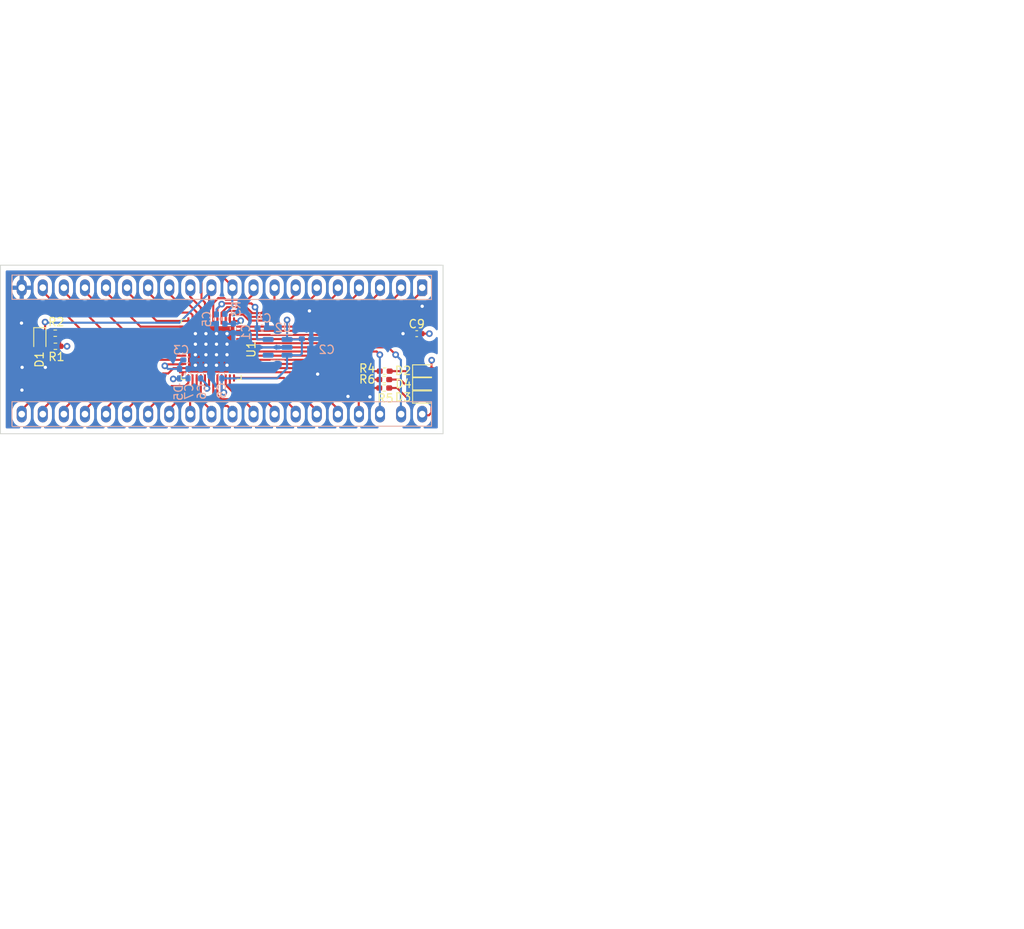
<source format=kicad_pcb>
(kicad_pcb (version 20211014) (generator pcbnew)
  (layers (0 "F.Cu" signal) (1 "In1.Cu" power) (2 "In2.Cu" power) (31 "B.Cu" signal) (34 "B.Paste" user) (35 "F.Paste" user) (36 "B.SilkS" user "B.Silkscreen") (37 "F.SilkS" user "F.Silkscreen") (38 "B.Mask" user) (39 "F.Mask" user) (44 "Edge.Cuts" user))
  (net 0 "")
  (net 1 "+3V3")
  (net 2 "/Cdone")
  (net 3 "/SPI_SO")
  (net 4 "/SPI_SCK")
  (net 5 "/SPI_SS")
  (net 6 "GND")
  (net 7 "/SPI_SI")
  (net 8 "/31b")
  (net 9 "/29b")
  (net 10 "/25b")
  (net 11 "/23b")
  (net 12 "+1V2")
  (net 14 "Net-(D1-Pad2)")
  (net 15 "Net-(D2-Pad1)")
  (net 16 "Net-(C7-Pad1)")
  (net 17 "Net-(R4-Pad2)")
  (net 18 "Net-(R5-Pad2)")
  (net 19 "Net-(R6-Pad2)")
  (net 20 "Net-(D3-Pad1)")
  (net 21 "Net-(D4-Pad1)")
  (net 22 "/3b")
  (net 23 "/5b")
  (net 24 "/0a")
  (net 25 "/2a")
  (net 26 "/4a")
  (net 27 "/6a")
  (net 28 "/9b")
  (net 29 "/8a")
  (net 30 "/13b")
  (net 31 "/~{CRESET}")
  (net 32 "/16a")
  (net 33 "/18a")
  (net 34 "/20a")
  (net 35 "/22b")
  (net 36 "/24a")
  (net 37 "/37a")
  (net 38 "/36b")
  (net 39 "/39a")
  (net 40 "/38b")
  (net 41 "/41a")
  (net 42 "/42b")
  (net 43 "/43a")
  (net 44 "/44b")
  (net 45 "/46b")
  (net 46 "/48b")
  (net 47 "/45a")
  (net 48 "/50b")
  (net 49 "/51a")
  (net 50 "/49b")
  (footprint "Resistor_SMD:R_0402_1005Metric_Pad0.72x0.64mm_HandSolder" (layer "F.Cu") (at 107.2134 93.5482 180)
    (fp_text reference "R5" (at -0.1524 -1.2446) (layer "F.SilkS"))
    (fp_text value "0R")
    (pad "1" smd roundrect (at -0.5975 0 180) (size 0.715 0.64) (layers "F.Cu" "F.Paste" "F.Mask") (net 20 "Net-(D3-Pad1)"))
    (pad "2" smd roundrect (at 0.5975 0 180) (size 0.715 0.64) (layers "F.Cu" "F.Paste" "F.Mask") (net 18 "Net-(R5-Pad2)"))
  )
  (footprint "LED_SMD:LED_0603_1608Metric" (layer "F.Cu") (at 112.1156 91.4908)
    (fp_text reference "D2" (at -2.6416 -0.0254) (layer "F.SilkS"))
    (fp_text value "LED")
    (pad "1" smd roundrect (at -0.7875 0) (size 0.875 0.95) (layers "F.Cu" "F.Paste" "F.Mask") (net 15 "Net-(D2-Pad1)"))
    (pad "2" smd roundrect (at 0.7875 0) (size 0.875 0.95) (layers "F.Cu" "F.Paste" "F.Mask") (net 1 "+3V3"))
  )
  (footprint "LED_SMD:LED_0603_1608Metric" (layer "F.Cu") (at 65.7098 87.757 -90)
    (fp_text reference "D1" (at 2.3622 0.0508 90) (layer "F.SilkS"))
    (fp_text value "LED")
    (pad "1" smd roundrect (at -0.7875 0 270) (size 0.875 0.95) (layers "F.Cu" "F.Paste" "F.Mask") (net 2 "/Cdone"))
    (pad "2" smd roundrect (at 0.7875 0 270) (size 0.875 0.95) (layers "F.Cu" "F.Paste" "F.Mask") (net 14 "Net-(D1-Pad2)"))
  )
  (footprint "Resistor_SMD:R_0402_1005Metric_Pad0.72x0.64mm_HandSolder" (layer "F.Cu") (at 107.2134 92.5322 180)
    (fp_text reference "R6" (at 2.0574 0.0254) (layer "F.SilkS"))
    (fp_text value "0R")
    (pad "1" smd roundrect (at -0.5975 0 180) (size 0.715 0.64) (layers "F.Cu" "F.Paste" "F.Mask") (net 21 "Net-(D4-Pad1)"))
    (pad "2" smd roundrect (at 0.5975 0 180) (size 0.715 0.64) (layers "F.Cu" "F.Paste" "F.Mask") (net 19 "Net-(R6-Pad2)"))
  )
  (footprint "Package_DFN_QFN:QFN-48-1EP_7x7mm_P0.5mm_EP5.6x5.6mm" (layer "F.Cu") (at 86.36 88.9 -90)
    (fp_text reference "U1" (at 0 -4.82 90) (layer "F.SilkS"))
    (fp_text value "ICE40UP5K-SG48ITR")
    (pad "1" smd roundrect (at -3.4375 -2.75 270) (size 0.875 0.25) (layers "F.Cu" "F.Paste" "F.Mask") (net 1 "+3V3"))
    (pad "2" smd roundrect (at -3.4375 -2.25 270) (size 0.875 0.25) (layers "F.Cu" "F.Paste" "F.Mask") (net 27 "/6a"))
    (pad "3" smd roundrect (at -3.4375 -1.75 270) (size 0.875 0.25) (layers "F.Cu" "F.Paste" "F.Mask") (net 28 "/9b"))
    (pad "4" smd roundrect (at -3.4375 -1.25 270) (size 0.875 0.25) (layers "F.Cu" "F.Paste" "F.Mask") (net 29 "/8a"))
    (pad "5" smd roundrect (at -3.4375 -0.75 270) (size 0.875 0.25) (layers "F.Cu" "F.Paste" "F.Mask") (net 12 "+1V2"))
    (pad "6" smd roundrect (at -3.4375 -0.25 270) (size 0.875 0.25) (layers "F.Cu" "F.Paste" "F.Mask") (net 30 "/13b"))
    (pad "7" smd roundrect (at -3.4375 0.25 270) (size 0.875 0.25) (layers "F.Cu" "F.Paste" "F.Mask") (net 2 "/Cdone"))
    (pad "8" smd roundrect (at -3.4375 0.75 270) (size 0.875 0.25) (layers "F.Cu" "F.Paste" "F.Mask") (net 31 "/~{CRESET}"))
    (pad "9" smd roundrect (at -3.4375 1.25 270) (size 0.875 0.25) (layers "F.Cu" "F.Paste" "F.Mask") (net 32 "/16a"))
    (pad "10" smd roundrect (at -3.4375 1.75 270) (size 0.875 0.25) (layers "F.Cu" "F.Paste" "F.Mask") (net 33 "/18a"))
    (pad "11" smd roundrect (at -3.4375 2.25 270) (size 0.875 0.25) (layers "F.Cu" "F.Paste" "F.Mask") (net 34 "/20a"))
    (pad "12" smd roundrect (at -3.4375 2.75 270) (size 0.875 0.25) (layers "F.Cu" "F.Paste" "F.Mask") (net 35 "/22b"))
    (pad "13" smd roundrect (at -2.75 3.4375 270) (size 0.25 0.875) (layers "F.Cu" "F.Paste" "F.Mask") (net 36 "/24a"))
    (pad "14" smd roundrect (at -2.25 3.4375 270) (size 0.25 0.875) (layers "F.Cu" "F.Paste" "F.Mask") (net 3 "/SPI_SO"))
    (pad "15" smd roundrect (at -1.75 3.4375 270) (size 0.25 0.875) (layers "F.Cu" "F.Paste" "F.Mask") (net 4 "/SPI_SCK"))
    (pad "16" smd roundrect (at -1.25 3.4375 270) (size 0.25 0.875) (layers "F.Cu" "F.Paste" "F.Mask") (net 5 "/SPI_SS"))
    (pad "17" smd roundrect (at -0.75 3.4375 270) (size 0.25 0.875) (layers "F.Cu" "F.Paste" "F.Mask") (net 7 "/SPI_SI"))
    (pad "18" smd roundrect (at -0.25 3.4375 270) (size 0.25 0.875) (layers "F.Cu" "F.Paste" "F.Mask") (net 8 "/31b"))
    (pad "19" smd roundrect (at 0.25 3.4375 270) (size 0.25 0.875) (layers "F.Cu" "F.Paste" "F.Mask") (net 9 "/29b"))
    (pad "20" smd roundrect (at 0.75 3.4375 270) (size 0.25 0.875) (layers "F.Cu" "F.Paste" "F.Mask") (net 10 "/25b"))
    (pad "21" smd roundrect (at 1.25 3.4375 270) (size 0.25 0.875) (layers "F.Cu" "F.Paste" "F.Mask") (net 11 "/23b"))
    (pad "22" smd roundrect (at 1.75 3.4375 270) (size 0.25 0.875) (layers "F.Cu" "F.Paste" "F.Mask") (net 1 "+3V3"))
    (pad "23" smd roundrect (at 2.25 3.4375 270) (size 0.25 0.875) (layers "F.Cu" "F.Paste" "F.Mask") (net 37 "/37a"))
    (pad "24" smd roundrect (at 2.75 3.4375 270) (size 0.25 0.875) (layers "F.Cu" "F.Paste" "F.Mask") (net 16 "Net-(C7-Pad1)"))
    (pad "25" smd roundrect (at 3.4375 2.75 270) (size 0.875 0.25) (layers "F.Cu" "F.Paste" "F.Mask") (net 38 "/36b"))
    (pad "26" smd roundrect (at 3.4375 2.25 270) (size 0.875 0.25) (layers "F.Cu" "F.Paste" "F.Mask") (net 39 "/39a"))
    (pad "27" smd roundrect (at 3.4375 1.75 270) (size 0.875 0.25) (layers "F.Cu" "F.Paste" "F.Mask") (net 40 "/38b"))
    (pad "28" smd roundrect (at 3.4375 1.25 270) (size 0.875 0.25) (layers "F.Cu" "F.Paste" "F.Mask") (net 41 "/41a"))
    (pad "29" smd roundrect (at 3.4375 0.75 270) (size 0.875 0.25) (layers "F.Cu" "F.Paste" "F.Mask") (net 12 "+1V2"))
    (pad "30" smd roundrect (at 3.4375 0.25 270) (size 0.875 0.25) (layers "F.Cu" "F.Paste" "F.Mask") (net 12 "+1V2"))
    (pad "31" smd roundrect (at 3.4375 -0.25 270) (size 0.875 0.25) (layers "F.Cu" "F.Paste" "F.Mask") (net 42 "/42b"))
    (pad "32" smd roundrect (at 3.4375 -0.75 270) (size 0.875 0.25) (layers "F.Cu" "F.Paste" "F.Mask") (net 43 "/43a"))
    (pad "33" smd roundrect (at 3.4375 -1.25 270) (size 0.875 0.25) (layers "F.Cu" "F.Paste" "F.Mask") (net 1 "+3V3"))
    (pad "34" smd roundrect (at 3.4375 -1.75 270) (size 0.875 0.25) (layers "F.Cu" "F.Paste" "F.Mask") (net 44 "/44b"))
    (pad "35" smd roundrect (at 3.4375 -2.25 270) (size 0.875 0.25) (layers "F.Cu" "F.Paste" "F.Mask") (net 45 "/46b"))
    (pad "36" smd roundrect (at 3.4375 -2.75 270) (size 0.875 0.25) (layers "F.Cu" "F.Paste" "F.Mask") (net 46 "/48b"))
    (pad "37" smd roundrect (at 2.75 -3.4375 270) (size 0.25 0.875) (layers "F.Cu" "F.Paste" "F.Mask") (net 47 "/45a"))
    (pad "38" smd roundrect (at 2.25 -3.4375 270) (size 0.25 0.875) (layers "F.Cu" "F.Paste" "F.Mask") (net 48 "/50b"))
    (pad "39" smd roundrect (at 1.75 -3.4375 270) (size 0.25 0.875) (layers "F.Cu" "F.Paste" "F.Mask") (net 18 "Net-(R5-Pad2)"))
    (pad "40" smd roundrect (at 1.25 -3.4375 270) (size 0.25 0.875) (layers "F.Cu" "F.Paste" "F.Mask") (net 19 "Net-(R6-Pad2)"))
    (pad "41" smd roundrect (at 0.75 -3.4375 270) (size 0.25 0.875) (layers "F.Cu" "F.Paste" "F.Mask") (net 17 "Net-(R4-Pad2)"))
    (pad "42" smd roundrect (at 0.25 -3.4375 270) (size 0.25 0.875) (layers "F.Cu" "F.Paste" "F.Mask") (net 49 "/51a"))
    (pad "43" smd roundrect (at -0.25 -3.4375 270) (size 0.25 0.875) (layers "F.Cu" "F.Paste" "F.Mask") (net 50 "/49b"))
    (pad "44" smd roundrect (at -0.75 -3.4375 270) (size 0.25 0.875) (layers "F.Cu" "F.Paste" "F.Mask") (net 22 "/3b"))
    (pad "45" smd roundrect (at -1.25 -3.4375 270) (size 0.25 0.875) (layers "F.Cu" "F.Paste" "F.Mask") (net 23 "/5b"))
    (pad "46" smd roundrect (at -1.75 -3.4375 270) (size 0.25 0.875) (layers "F.Cu" "F.Paste" "F.Mask") (net 24 "/0a"))
    (pad "47" smd roundrect (at -2.25 -3.4375 270) (size 0.25 0.875) (layers "F.Cu" "F.Paste" "F.Mask") (net 25 "/2a"))
    (pad "48" smd roundrect (at -2.75 -3.4375 270) (size 0.25 0.875) (layers "F.Cu" "F.Paste" "F.Mask") (net 26 "/4a"))
    (pad "49" smd rect (at 0 0 270) (size 5.6 5.6) (layers "F.Cu" "F.Mask") (net 6 "GND"))
  )
  (footprint "Dales:DIP-40_600_ELL" (layer "F.Cu") (at 87.6554 89.0778 180)
    (fp_text reference "J1" hide)
    (fp_text value "Conn_02x20_Counter_Clockwise" hide)
    (pad "1" thru_hole roundrect (at -24.13 7.62 180) (size 1.2 2) (drill 0.8) (layers *.Cu *.Mask) (roundrect_rratio 0) (chamfer_ratio 0.2) (chamfer top_left top_right bottom_left bottom_right) (net 22 "/3b"))
    (pad "2" thru_hole oval (at -21.59 7.62 180) (size 1.2 2) (drill 0.8) (layers *.Cu *.Mask) (net 23 "/5b"))
    (pad "3" thru_hole oval (at -19.05 7.62 180) (size 1.2 2) (drill 0.8) (layers *.Cu *.Mask) (net 24 "/0a"))
    (pad "4" thru_hole oval (at -16.51 7.62 180) (size 1.2 2) (drill 0.8) (layers *.Cu *.Mask) (net 25 "/2a"))
    (pad "5" thru_hole oval (at -13.97 7.62 180) (size 1.2 2) (drill 0.8) (layers *.Cu *.Mask) (net 26 "/4a"))
    (pad "6" thru_hole oval (at -11.43 7.62 180) (size 1.2 2) (drill 0.8) (layers *.Cu *.Mask) (net 27 "/6a"))
    (pad "7" thru_hole oval (at -8.89 7.62 180) (size 1.2 2) (drill 0.8) (layers *.Cu *.Mask) (net 28 "/9b"))
    (pad "8" thru_hole oval (at -6.35 7.62 180) (size 1.2 2) (drill 0.8) (layers *.Cu *.Mask) (net 29 "/8a"))
    (pad "9" thru_hole oval (at -3.81 7.62 180) (size 1.2 2) (drill 0.8) (layers *.Cu *.Mask) (net 30 "/13b"))
    (pad "10" thru_hole oval (at -1.27 7.62 180) (size 1.2 2) (drill 0.8) (layers *.Cu *.Mask) (net 31 "/~{CRESET}"))
    (pad "11" thru_hole oval (at 1.27 7.62 180) (size 1.2 2) (drill 0.8) (layers *.Cu *.Mask) (net 2 "/Cdone"))
    (pad "12" thru_hole oval (at 3.81 7.62 180) (size 1.2 2) (drill 0.8) (layers *.Cu *.Mask) (net 32 "/16a"))
    (pad "13" thru_hole oval (at 6.35 7.62 180) (size 1.2 2) (drill 0.8) (layers *.Cu *.Mask) (net 33 "/18a"))
    (pad "14" thru_hole oval (at 8.89 7.62 180) (size 1.2 2) (drill 0.8) (layers *.Cu *.Mask) (net 34 "/20a"))
    (pad "15" thru_hole oval (at 11.43 7.62 180) (size 1.2 2) (drill 0.8) (layers *.Cu *.Mask) (net 35 "/22b"))
    (pad "16" thru_hole oval (at 13.97 7.62 180) (size 1.2 2) (drill 0.8) (layers *.Cu *.Mask) (net 36 "/24a"))
    (pad "17" thru_hole oval (at 16.51 7.62 180) (size 1.2 2) (drill 0.8) (layers *.Cu *.Mask) (net 3 "/SPI_SO"))
    (pad "18" thru_hole oval (at 19.05 7.62 180) (size 1.2 2) (drill 0.8) (layers *.Cu *.Mask) (net 4 "/SPI_SCK"))
    (pad "19" thru_hole oval (at 21.59 7.62 180) (size 1.2 2) (drill 0.8) (layers *.Cu *.Mask) (net 5 "/SPI_SS"))
    (pad "20" thru_hole oval (at 24.13 7.62 180) (size 1.2 2) (drill 0.8) (layers *.Cu *.Mask) (net 6 "GND"))
    (pad "21" thru_hole oval (at 24.13 -7.62 180) (size 1.2 2) (drill 0.8) (layers *.Cu *.Mask) (net 7 "/SPI_SI"))
    (pad "22" thru_hole oval (at 21.59 -7.62 180) (size 1.2 2) (drill 0.8) (layers *.Cu *.Mask) (net 8 "/31b"))
    (pad "23" thru_hole oval (at 19.05 -7.62 180) (size 1.2 2) (drill 0.8) (layers *.Cu *.Mask) (net 9 "/29b"))
    (pad "24" thru_hole oval (at 16.51 -7.62 180) (size 1.2 2) (drill 0.8) (layers *.Cu *.Mask) (net 10 "/25b"))
    (pad "25" thru_hole oval (at 13.97 -7.62 180) (size 1.2 2) (drill 0.8) (layers *.Cu *.Mask) (net 11 "/23b"))
    (pad "26" thru_hole oval (at 11.43 -7.62 180) (size 1.2 2) (drill 0.8) (layers *.Cu *.Mask) (net 37 "/37a"))
    (pad "27" thru_hole oval (at 8.89 -7.62 180) (size 1.2 2) (drill 0.8) (layers *.Cu *.Mask) (net 38 "/36b"))
    (pad "28" thru_hole oval (at 6.35 -7.62 180) (size 1.2 2) (drill 0.8) (layers *.Cu *.Mask) (net 39 "/39a"))
    (pad "29" thru_hole oval (at 3.81 -7.62 180) (size 1.2 2) (drill 0.8) (layers *.Cu *.Mask) (net 40 "/38b"))
    (pad "30" thru_hole oval (at 1.27 -7.62 180) (size 1.2 2) (drill 0.8) (layers *.Cu *.Mask) (net 41 "/41a"))
    (pad "31" thru_hole oval (at -1.27 -7.62 180) (size 1.2 2) (drill 0.8) (layers *.Cu *.Mask) (net 42 "/42b"))
    (pad "32" thru_hole oval (at -3.81 -7.62 180) (size 1.2 2) (drill 0.8) (layers *.Cu *.Mask) (net 43 "/43a"))
    (pad "33" thru_hole oval (at -6.35 -7.62 180) (size 1.2 2) (drill 0.8) (layers *.Cu *.Mask) (net 44 "/44b"))
    (pad "34" thru_hole oval (at -8.89 -7.62 180) (size 1.2 2) (drill 0.8) (layers *.Cu *.Mask) (net 45 "/46b"))
    (pad "35" thru_hole oval (at -11.43 -7.62 180) (size 1.2 2) (drill 0.8) (layers *.Cu *.Mask) (net 46 "/48b"))
    (pad "36" thru_hole oval (at -13.97 -7.62 180) (size 1.2 2) (drill 0.8) (layers *.Cu *.Mask) (net 47 "/45a"))
    (pad "37" thru_hole oval (at -16.51 -7.62 180) (size 1.2 2) (drill 0.8) (layers *.Cu *.Mask) (net 48 "/50b"))
    (pad "38" thru_hole oval (at -19.05 -7.62 180) (size 1.2 2) (drill 0.8) (layers *.Cu *.Mask) (net 49 "/51a"))
    (pad "39" thru_hole oval (at -21.59 -7.62 180) (size 1.2 2) (drill 0.8) (layers *.Cu *.Mask) (net 50 "/49b"))
    (pad "40" thru_hole oval (at -24.13 -7.62 180) (size 1.2 2) (drill 0.8) (layers *.Cu *.Mask) (net 1 "+3V3"))
  )
  (footprint "Resistor_SMD:R_0402_1005Metric_Pad0.72x0.64mm_HandSolder" (layer "F.Cu") (at 67.564 86.9442 180)
    (fp_text reference "R2" (at -0.127 1.3462) (layer "F.SilkS"))
    (fp_text value "10K0")
    (pad "1" smd roundrect (at -0.5975 0 180) (size 0.715 0.64) (layers "F.Cu" "F.Paste" "F.Mask") (net 1 "+3V3"))
    (pad "2" smd roundrect (at 0.5975 0 180) (size 0.715 0.64) (layers "F.Cu" "F.Paste" "F.Mask") (net 2 "/Cdone"))
  )
  (footprint "Resistor_SMD:R_0402_1005Metric_Pad0.72x0.64mm_HandSolder" (layer "F.Cu") (at 67.5894 88.519 180)
    (fp_text reference "R1" (at -0.127 -1.27) (layer "F.SilkS"))
    (fp_text value "1K00")
    (pad "1" smd roundrect (at -0.5975 0 180) (size 0.715 0.64) (layers "F.Cu" "F.Paste" "F.Mask") (net 1 "+3V3"))
    (pad "2" smd roundrect (at 0.5975 0 180) (size 0.715 0.64) (layers "F.Cu" "F.Paste" "F.Mask") (net 14 "Net-(D1-Pad2)"))
  )
  (footprint "Resistor_SMD:R_0402_1005Metric_Pad0.72x0.64mm_HandSolder" (layer "F.Cu") (at 107.2642 91.5162 180)
    (fp_text reference "R4" (at 2.1082 0.3302) (layer "F.SilkS"))
    (fp_text value "0R")
    (pad "1" smd roundrect (at -0.5975 0 180) (size 0.715 0.64) (layers "F.Cu" "F.Paste" "F.Mask") (net 15 "Net-(D2-Pad1)"))
    (pad "2" smd roundrect (at 0.5975 0 180) (size 0.715 0.64) (layers "F.Cu" "F.Paste" "F.Mask") (net 17 "Net-(R4-Pad2)"))
  )
  (footprint "Capacitor_SMD:C_0402_1005Metric_Pad0.74x0.62mm_HandSolder" (layer "F.Cu") (at 111.125 86.995)
    (fp_text reference "C9" (at 0 -1.16) (layer "F.SilkS"))
    (fp_text value "1uF")
    (pad "1" smd roundrect (at -0.5675 0) (size 0.735 0.62) (layers "F.Cu" "F.Paste" "F.Mask") (net 6 "GND"))
    (pad "2" smd roundrect (at 0.5675 0) (size 0.735 0.62) (layers "F.Cu" "F.Paste" "F.Mask") (net 1 "+3V3"))
  )
  (footprint "LED_SMD:LED_0603_1608Metric" (layer "F.Cu") (at 112.1156 94.6404)
    (fp_text reference "D3" (at -2.6416 0.0254) (layer "F.SilkS"))
    (fp_text value "LED")
    (pad "1" smd roundrect (at -0.7875 0) (size 0.875 0.95) (layers "F.Cu" "F.Paste" "F.Mask") (net 20 "Net-(D3-Pad1)"))
    (pad "2" smd roundrect (at 0.7875 0) (size 0.875 0.95) (layers "F.Cu" "F.Paste" "F.Mask") (net 1 "+3V3"))
  )
  (footprint "LED_SMD:LED_0603_1608Metric" (layer "F.Cu") (at 112.1156 93.0402)
    (fp_text reference "D4" (at -2.5908 0) (layer "F.SilkS"))
    (fp_text value "LED")
    (pad "1" smd roundrect (at -0.7875 0) (size 0.875 0.95) (layers "F.Cu" "F.Paste" "F.Mask") (net 21 "Net-(D4-Pad1)"))
    (pad "2" smd roundrect (at 0.7875 0) (size 0.875 0.95) (layers "F.Cu" "F.Paste" "F.Mask") (net 1 "+3V3"))
  )
  (footprint "Capacitor_SMD:C_0402_1005Metric_Pad0.74x0.62mm_HandSolder" (layer "B.Cu") (at 83.566 91.821 90)
    (fp_text reference "C7" (at -2.159 0.127 90) (layer "B.SilkS") (effects (justify mirror)))
    (fp_text value "100nF")
    (pad "1" smd roundrect (at -0.5675 0 90) (size 0.735 0.62) (layers "B.Cu" "B.Paste" "B.Mask") (net 16 "Net-(C7-Pad1)"))
    (pad "2" smd roundrect (at 0.5675 0 90) (size 0.735 0.62) (layers "B.Cu" "B.Paste" "B.Mask") (net 6 "GND"))
  )
  (footprint "Resistor_SMD:R_0402_1005Metric_Pad0.72x0.64mm_HandSolder" (layer "B.Cu") (at 88.011 85.217 -90)
    (fp_text reference "R3" (at -1.1938 -1.3716 90) (layer "B.SilkS") (effects (justify mirror)))
    (fp_text value "10K0")
    (pad "1" smd roundrect (at -0.5975 0 270) (size 0.715 0.64) (layers "B.Cu" "B.Paste" "B.Mask") (net 31 "/~{CRESET}"))
    (pad "2" smd roundrect (at 0.5975 0 270) (size 0.715 0.64) (layers "B.Cu" "B.Paste" "B.Mask") (net 1 "+3V3"))
  )
  (footprint "Capacitor_SMD:C_0402_1005Metric_Pad0.74x0.62mm_HandSolder" (layer "B.Cu") (at 86.995 85.2424 -90)
    (fp_text reference "C5" (at 0 1.16 90) (layer "B.SilkS") (effects (justify mirror)))
    (fp_text value "100nF")
    (pad "1" smd roundrect (at -0.5675 0 270) (size 0.735 0.62) (layers "B.Cu" "B.Paste" "B.Mask") (net 12 "+1V2"))
    (pad "2" smd roundrect (at 0.5675 0 270) (size 0.735 0.62) (layers "B.Cu" "B.Paste" "B.Mask") (net 6 "GND"))
  )
  (footprint "Package_TO_SOT_SMD:SOT-23-5" (layer "B.Cu") (at 94.361 88.646 180)
    (fp_text reference "U2" (at -0.6604 2.3622) (layer "B.SilkS") (effects (justify mirror)))
    (fp_text value "AP2112K-1.2")
    (pad "1" smd roundrect (at -1.1375 0.95 180) (size 1.325 0.6) (layers "B.Cu" "B.Paste" "B.Mask") (net 1 "+3V3"))
    (pad "2" smd roundrect (at -1.1375 0 180) (size 1.325 0.6) (layers "B.Cu" "B.Paste" "B.Mask") (net 6 "GND"))
    (pad "3" smd roundrect (at -1.1375 -0.95 180) (size 1.325 0.6) (layers "B.Cu" "B.Paste" "B.Mask") (net 1 "+3V3"))
    (pad "4" smd roundrect (at 1.1375 -0.95 180) (size 1.325 0.6) (layers "B.Cu" "B.Paste" "B.Mask"))
    (pad "5" smd roundrect (at 1.1375 0.95 180) (size 1.325 0.6) (layers "B.Cu" "B.Paste" "B.Mask") (net 12 "+1V2"))
  )
  (footprint "Capacitor_SMD:C_0402_1005Metric_Pad0.74x0.62mm_HandSolder" (layer "B.Cu") (at 97.8495 87.63)
    (fp_text reference "C2" (at 2.4297 1.2954) (layer "B.SilkS") (effects (justify mirror)))
    (fp_text value "1uF")
    (pad "1" smd roundrect (at -0.5675 0) (size 0.735 0.62) (layers "B.Cu" "B.Paste" "B.Mask") (net 1 "+3V3"))
    (pad "2" smd roundrect (at 0.5675 0) (size 0.735 0.62) (layers "B.Cu" "B.Paste" "B.Mask") (net 6 "GND"))
  )
  (footprint "Capacitor_SMD:C_0402_1005Metric_Pad0.74x0.62mm_HandSolder" (layer "B.Cu") (at 83.566 90.17)
    (fp_text reference "C3" (at -0.8382 -1.1938) (layer "B.SilkS") (effects (justify mirror)))
    (fp_text value "100nF")
    (pad "1" smd roundrect (at -0.5675 0) (size 0.735 0.62) (layers "B.Cu" "B.Paste" "B.Mask") (net 1 "+3V3"))
    (pad "2" smd roundrect (at 0.5675 0) (size 0.735 0.62) (layers "B.Cu" "B.Paste" "B.Mask") (net 6 "GND"))
  )
  (footprint "Capacitor_SMD:C_0402_1005Metric_Pad0.74x0.62mm_HandSolder" (layer "B.Cu") (at 85.09 91.821 90)
    (fp_text reference "C6" (at -2.159 0.127 90) (layer "B.SilkS") (effects (justify mirror)))
    (fp_text value "100nF")
    (pad "1" smd roundrect (at -0.5675 0 90) (size 0.735 0.62) (layers "B.Cu" "B.Paste" "B.Mask") (net 12 "+1V2"))
    (pad "2" smd roundrect (at 0.5675 0 90) (size 0.735 0.62) (layers "B.Cu" "B.Paste" "B.Mask") (net 6 "GND"))
  )
  (footprint "Capacitor_SMD:C_0402_1005Metric_Pad0.74x0.62mm_HandSolder" (layer "B.Cu") (at 87.63 91.821 90)
    (fp_text reference "C8" (at -2.032 0 90) (layer "B.SilkS") (effects (justify mirror)))
    (fp_text value "100nF")
    (pad "1" smd roundrect (at -0.5675 0 90) (size 0.735 0.62) (layers "B.Cu" "B.Paste" "B.Mask") (net 1 "+3V3"))
    (pad "2" smd roundrect (at 0.5675 0 90) (size 0.735 0.62) (layers "B.Cu" "B.Paste" "B.Mask") (net 6 "GND"))
  )
  (footprint "Diode_SMD:D_0402_1005Metric_Pad0.77x0.64mm_HandSolder" (layer "B.Cu") (at 82.55 91.821 90)
    (fp_text reference "D5" (at -2.286 -0.127 90) (layer "B.SilkS") (effects (justify mirror)))
    (fp_text value "1N4148")
    (pad "1" smd roundrect (at -0.5725 0 90) (size 0.765 0.64) (layers "B.Cu" "B.Paste" "B.Mask") (net 16 "Net-(C7-Pad1)"))
    (pad "2" smd roundrect (at 0.5725 0 90) (size 0.765 0.64) (layers "B.Cu" "B.Paste" "B.Mask") (net 1 "+3V3"))
  )
  (footprint "Capacitor_SMD:C_0402_1005Metric_Pad0.74x0.62mm_HandSolder" (layer "B.Cu") (at 89.027 86.36 -90)
    (fp_text reference "C1" (at 0.4572 -1.4986 90) (layer "B.SilkS") (effects (justify mirror)))
    (fp_text value "100nF")
    (pad "1" smd roundrect (at -0.5675 0 270) (size 0.735 0.62) (layers "B.Cu" "B.Paste" "B.Mask") (net 1 "+3V3"))
    (pad "2" smd roundrect (at 0.5675 0 270) (size 0.735 0.62) (layers "B.Cu" "B.Paste" "B.Mask") (net 6 "GND"))
  )
  (footprint "Capacitor_SMD:C_0402_1005Metric_Pad0.74x0.62mm_HandSolder" (layer "B.Cu") (at 92.5068 86.3092)
    (fp_text reference "C4" (at 0.1524 -1.1684) (layer "B.SilkS") (effects (justify mirror)))
    (fp_text value "1uF")
    (pad "1" smd roundrect (at -0.5675 0) (size 0.735 0.62) (layers "B.Cu" "B.Paste" "B.Mask") (net 12 "+1V2"))
    (pad "2" smd roundrect (at 0.5675 0) (size 0.735 0.62) (layers "B.Cu" "B.Paste" "B.Mask") (net 6 "GND"))
  )
  (gr_line (start 60.96 78.74) (end 114.3 78.74) (layer "Edge.Cuts") (width 0.1))
  (gr_line (start 114.3 99.06) (end 60.96 99.06) (layer "Edge.Cuts") (width 0.1))
  (gr_line (start 60.96 78.74) (end 60.96 99.06) (layer "Edge.Cuts") (width 0.1))
  (gr_line (start 114.3 99.06) (end 114.3 78.74) (layer "Edge.Cuts") (width 0.1))
  (segment (start 112.9031 94.6404) (end 112.9031 96.5199) (width 0.25) (layer "F.Cu") (net 1))
  (segment (start 68.1615 88.4936) (end 68.1869 88.519) (width 0.25) (layer "F.Cu") (net 1))
  (segment (start 87.61 93.8076) (end 87.61 92.3375) (width 0.25) (layer "F.Cu") (net 1))
  (segment (start 112.9031 90.2207) (end 112.9284 90.1954) (width 0.25) (layer "F.Cu") (net 1))
  (segment (start 68.1615 86.9442) (end 68.1615 88.4936) (width 0.25) (layer "F.Cu") (net 1))
  (segment (start 112.9031 91.4908) (end 112.9031 90.2207) (width 0.25) (layer "F.Cu") (net 1))
  (segment (start 87.884 94.0816) (end 87.61 93.8076) (width 0.25) (layer "F.Cu") (net 1))
  (segment (start 112.9031 93.0402) (end 112.9031 91.4908) (width 0.25) (layer "F.Cu") (net 1))
  (segment (start 112.583 96.84) (end 111.76 96.84) (width 0.25) (layer "F.Cu") (net 1))
  (segment (start 80.772 90.8745) (end 80.94602 90.70048) (width 0.25) (layer "F.Cu") (net 1))
  (segment (start 82.90852 90.70048) (end 82.9225 90.6865) (width 0.25) (layer "F.Cu") (net 1))
  (segment (start 112.9031 96.5199) (end 112.583 96.84) (width 0.25) (layer "F.Cu") (net 1))
  (segment (start 80.94602 90.70048) (end 82.90852 90.70048) (width 0.25) (layer "F.Cu") (net 1))
  (segment (start 68.1869 88.519) (end 68.9864 88.519) (width 0.25) (layer "F.Cu") (net 1))
  (segment (start 111.6925 86.995) (end 112.649 86.995) (width 0.25) (layer "F.Cu") (net 1))
  (segment (start 89.879 85.4625) (end 89.11 85.4625) (width 0.25) (layer "F.Cu") (net 1))
  (segment (start 112.9031 94.6404) (end 112.9031 93.0402) (width 0.25) (layer "F.Cu") (net 1))
  (segment (start 82.9225 90.6865) (end 82.9225 90.65) (width 0.25) (layer "F.Cu") (net 1))
  (via (at 89.916 85.4255) (size 0.8) (drill 0.4) (layers "F.Cu" "B.Cu") (net 1))
  (via (at 112.9284 90.1954) (size 0.8) (drill 0.4) (layers "F.Cu" "B.Cu") (net 1))
  (via (at 87.884 94.0816) (size 0.8) (drill 0.4) (layers "F.Cu" "B.Cu") (net 1))
  (via (at 80.772 90.8745) (size 0.8) (drill 0.4) (layers "F.Cu" "B.Cu") (net 1))
  (via (at 68.9864 88.519) (size 0.8) (drill 0.4) (layers "F.Cu" "B.Cu") (net 1))
  (via (at 95.504 85.344) (size 0.8) (drill 0.4) (layers "F.Cu" "B.Cu") (net 1))
  (via (at 112.649 86.995) (size 0.8) (drill 0.4) (layers "F.Cu" "B.Cu") (net 1))
  (segment (start 95.4985 89.596) (end 97.094 89.596) (width 0.25) (layer "B.Cu") (net 1))
  (segment (start 95.504 87.6905) (end 95.4985 87.696) (width 0.25) (layer "B.Cu") (net 1))
  (segment (start 89.027 85.7925) (end 89.549 85.7925) (width 0.25) (layer "B.Cu") (net 1))
  (segment (start 89.005 85.8145) (end 89.027 85.7925) (width 0.25) (layer "B.Cu") (net 1))
  (segment (start 82.55 90.6185) (end 82.9985 90.17) (width 0.25) (layer "B.Cu") (net 1))
  (segment (start 94.3015 92.3885) (end 95.4985 91.1915) (width 0.25) (layer "B.Cu") (net 1))
  (segment (start 95.4985 87.696) (end 97.216 87.696) (width 0.25) (layer "B.Cu") (net 1))
  (segment (start 88.011 85.8145) (end 89.005 85.8145) (width 0.25) (layer "B.Cu") (net 1))
  (segment (start 80.772 90.8745) (end 81.146 91.2485) (width 0.25) (layer "B.Cu") (net 1))
  (segment (start 87.884 94.0816) (end 87.63 93.8276) (width 0.25) (layer "B.Cu") (net 1))
  (segment (start 95.4985 91.1915) (end 95.4985 89.596) (width 0.25) (layer "B.Cu") (net 1))
  (segment (start 87.63 93.8276) (end 87.63 92.3885) (width 0.25) (layer "B.Cu") (net 1))
  (segment (start 82.55 91.2485) (end 82.55 90.6185) (width 0.25) (layer "B.Cu") (net 1))
  (segment (start 87.63 92.3885) (end 94.3015 92.3885) (width 0.25) (layer "B.Cu") (net 1))
  (segment (start 97.282 89.408) (end 97.282 87.63) (width 0.25) (layer "B.Cu") (net 1))
  (segment (start 89.549 85.7925) (end 89.916 85.4255) (width 0.25) (layer "B.Cu") (net 1))
  (segment (start 97.216 87.696) (end 97.282 87.63) (width 0.25) (layer "B.Cu") (net 1))
  (segment (start 95.504 85.344) (end 95.504 87.6905) (width 0.25) (layer "B.Cu") (net 1))
  (segment (start 97.094 89.596) (end 97.282 89.408) (width 0.25) (layer "B.Cu") (net 1))
  (segment (start 81.146 91.2485) (end 82.55 91.2485) (width 0.25) (layer "B.Cu") (net 1))
  (segment (start 66.9665 86.9442) (end 66.3702 86.9442) (width 0.25) (layer "F.Cu") (net 2))
  (segment (start 66.3448 86.9188) (end 66.3702 86.9442) (width 0.25) (layer "F.Cu") (net 2))
  (segment (start 66.3702 86.9442) (end 65.7351 86.9442) (width 0.25) (layer "F.Cu") (net 2))
  (segment (start 86.11 81.53) (end 86.36 81.28) (width 0.25) (layer "F.Cu") (net 2))
  (segment (start 65.7351 86.9442) (end 65.7098 86.9695) (width 0.25) (layer "F.Cu") (net 2))
  (segment (start 86.11 85.4625) (end 86.11 81.53) (width 0.25) (layer "F.Cu") (net 2))
  (segment (start 66.3448 85.598) (end 66.3448 86.9188) (width 0.25) (layer "F.Cu") (net 2))
  (via (at 66.3448 85.598) (size 0.8) (drill 0.4) (layers "F.Cu" "B.Cu") (net 2))
  (segment (start 82.5246 85.6742) (end 86.36 81.8388) (width 0.25) (layer "B.Cu") (net 2))
  (segment (start 66.3448 85.598) (end 66.421 85.6742) (width 0.25) (layer "B.Cu") (net 2))
  (segment (start 66.421 85.6742) (end 82.5246 85.6742) (width 0.25) (layer "B.Cu") (net 2))
  (segment (start 86.36 81.8388) (end 86.36 81.28) (width 0.25) (layer "B.Cu") (net 2))
  (segment (start 75.8804 86.65) (end 71.12 81.8896) (width 0.25) (layer "F.Cu") (net 3))
  (segment (start 71.12 81.8896) (end 71.12 81.28) (width 0.25) (layer "F.Cu") (net 3))
  (segment (start 82.9225 86.65) (end 75.8804 86.65) (width 0.25) (layer "F.Cu") (net 3))
  (segment (start 73.8404 87.15) (end 68.58 81.8896) (width 0.25) (layer "F.Cu") (net 4))
  (segment (start 68.58 81.8896) (end 68.58 81.28) (width 0.25) (layer "F.Cu") (net 4))
  (segment (start 82.9225 87.15) (end 73.8404 87.15) (width 0.25) (layer "F.Cu") (net 4))
  (segment (start 71.8004 87.65) (end 66.04 81.8896) (width 0.25) (layer "F.Cu") (net 5))
  (segment (start 82.9225 87.65) (end 71.8004 87.65) (width 0.25) (layer "F.Cu") (net 5))
  (segment (start 66.04 81.8896) (end 66.04 81.28) (width 0.25) (layer "F.Cu") (net 5))
  (segment (start 110.5575 86.995) (end 109.474 86.995) (width 0.25) (layer "F.Cu") (net 6))
  (via (at 86.995 88.265) (size 0.8) (drill 0.4) (layers "F.Cu" "B.Cu") (net 6))
  (via (at 84.455 86.995) (size 0.8) (drill 0.4) (layers "F.Cu" "B.Cu") (net 6))
  (via (at 111.7854 83.693) (size 0.8) (drill 0.4) (layers "F.Cu" "B.Cu") (net 6))
  (via (at 84.455 89.535) (size 0.8) (drill 0.4) (layers "F.Cu" "B.Cu") (net 6))
  (via (at 88.265 88.265) (size 0.8) (drill 0.4) (layers "F.Cu" "B.Cu") (net 6))
  (via (at 105.4862 94.615) (size 0.8) (drill 0.4) (layers "F.Cu" "B.Cu") (net 6))
  (via (at 88.265 89.535) (size 0.8) (drill 0.4) (layers "F.Cu" "B.Cu") (net 6))
  (via (at 63.5 85.725) (size 0.8) (drill 0.4) (layers "F.Cu" "B.Cu") (net 6))
  (via (at 84.455 90.805) (size 0.8) (drill 0.4) (layers "F.Cu" "B.Cu") (net 6))
  (via (at 85.725 86.995) (size 0.8) (drill 0.4) (layers "F.Cu" "B.Cu") (net 6))
  (via (at 88.265 90.805) (size 0.8) (drill 0.4) (layers "F.Cu" "B.Cu") (net 6))
  (via (at 86.995 90.805) (size 0.8) (drill 0.4) (layers "F.Cu" "B.Cu") (net 6))
  (via (at 84.455 88.265) (size 0.8) (drill 0.4) (layers "F.Cu" "B.Cu") (net 6))
  (via (at 109.474 86.995) (size 0.8) (drill 0.4) (layers "F.Cu" "B.Cu") (net 6))
  (via (at 63.5508 93.8022) (size 0.8) (drill 0.4) (layers "F.Cu" "B.Cu") (net 6))
  (via (at 85.725 90.805) (size 0.8) (drill 0.4) (layers "F.Cu" "B.Cu") (net 6))
  (via (at 85.725 89.535) (size 0.8) (drill 0.4) (layers "F.Cu" "B.Cu") (net 6))
  (via (at 102.8446 94.5642) (size 0.8) (drill 0.4) (layers "F.Cu" "B.Cu") (net 6))
  (via (at 63.5762 91.059) (size 0.8) (drill 0.4) (layers "F.Cu" "B.Cu") (net 6))
  (via (at 88.265 86.995) (size 0.8) (drill 0.4) (layers "F.Cu" "B.Cu") (net 6))
  (via (at 98.1964 84.2518) (size 0.8) (drill 0.4) (layers "F.Cu" "B.Cu") (net 6))
  (via (at 86.995 86.995) (size 0.8) (drill 0.4) (layers "F.Cu" "B.Cu") (net 6))
  (via (at 85.725 88.265) (size 0.8) (drill 0.4) (layers "F.Cu" "B.Cu") (net 6))
  (via (at 99.187 91.8745) (size 0.8) (drill 0.4) (layers "F.Cu" "B.Cu") (net 6))
  (via (at 86.995 89.535) (size 0.8) (drill 0.4) (layers "F.Cu" "B.Cu") (net 6))
  (via (at 66.3702 91.059) (size 0.8) (drill 0.4) (layers "F.Cu" "B.Cu") (net 6))
  (segment (start 89.027 86.9275) (end 88.3325 86.9275) (width 0.25) (layer "B.Cu") (net 6))
  (segment (start 86.995 85.8099) (end 86.995 86.995) (width 0.25) (layer "B.Cu") (net 6))
  (segment (start 88.3325 86.9275) (end 88.265 86.995) (width 0.25) (layer "B.Cu") (net 6))
  (segment (start 63.5 96.2152) (end 63.5 96.84) (width 0.25) (layer "F.Cu") (net 7))
  (segment (start 82.9225 88.15) (end 82.87202 88.20048) (width 0.25) (layer "F.Cu") (net 7))
  (segment (start 71.51472 88.20048) (end 63.5 96.2152) (width 0.25) (layer "F.Cu") (net 7))
  (segment (start 82.87202 88.20048) (end 71.51472 88.20048) (width 0.25) (layer "F.Cu") (net 7))
  (segment (start 82.9225 88.65) (end 73.529 88.65) (width 0.25) (layer "F.Cu") (net 8))
  (segment (start 73.529 88.65) (end 66.04 96.139) (width 0.25) (layer "F.Cu") (net 8))
  (segment (start 66.04 96.139) (end 66.04 96.84) (width 0.25) (layer "F.Cu") (net 8))
  (segment (start 75.569 89.15) (end 68.58 96.139) (width 0.25) (layer "F.Cu") (net 9))
  (segment (start 68.58 96.139) (end 68.58 96.84) (width 0.25) (layer "F.Cu") (net 9))
  (segment (start 82.9225 89.15) (end 75.569 89.15) (width 0.25) (layer "F.Cu") (net 9))
  (segment (start 77.6852 89.65) (end 71.12 96.2152) (width 0.25) (layer "F.Cu") (net 10))
  (segment (start 82.9225 89.65) (end 77.6852 89.65) (width 0.25) (layer "F.Cu") (net 10))
  (segment (start 71.12 96.2152) (end 71.12 96.84) (width 0.25) (layer "F.Cu") (net 10))
  (segment (start 79.5474 90.15) (end 73.66 96.0374) (width 0.25) (layer "F.Cu") (net 11))
  (segment (start 82.9225 90.15) (end 79.5474 90.15) (width 0.25) (layer "F.Cu") (net 11))
  (segment (start 73.66 96.0374) (end 73.66 96.84) (width 0.25) (layer "F.Cu") (net 11))
  (segment (start 85.725 93.345) (end 85.852 93.345) (width 0.25) (layer "F.Cu") (net 12))
  (segment (start 91.6432 83.79666) (end 91.19846 83.35192) (width 0.25) (layer "F.Cu") (net 12))
  (segment (start 87.624984 83.444016) (end 87.624984 83.433984) (width 0.25) (layer "F.Cu") (net 12))
  (segment (start 85.852 93.345) (end 85.852 93.599) (width 0.25) (layer "F.Cu") (net 12))
  (segment (start 87.11 85.4625) (end 87.11 83.959) (width 0.25) (layer "F.Cu") (net 12))
  (segment (start 87.11 83.959) (end 87.376 83.693) (width 0.25) (layer "F.Cu") (net 12))
  (segment (start 87.707048 83.35192) (end 87.624984 83.433984) (width 0.25) (layer "F.Cu") (net 12))
  (segment (start 91.19846 83.35192) (end 87.707048 83.35192) (width 0.25) (layer "F.Cu") (net 12))
  (segment (start 87.376 83.693) (end 87.624984 83.444016) (width 0.25) (layer "F.Cu") (net 12))
  (segment (start 86.106 92.3415) (end 86.11 92.3375) (width 0.25) (layer "F.Cu") (net 12))
  (segment (start 85.61 93.23) (end 85.725 93.345) (width 0.25) (layer "F.Cu") (net 12))
  (segment (start 86.106 93.218) (end 86.106 92.3415) (width 0.25) (layer "F.Cu") (net 12))
  (segment (start 85.61 92.3375) (end 85.61 93.23) (width 0.25) (layer "F.Cu") (net 12))
  (segment (start 85.852 93.345) (end 85.979 93.345) (width 0.25) (layer "F.Cu") (net 12))
  (segment (start 85.979 93.345) (end 86.106 93.218) (width 0.25) (layer "F.Cu") (net 12))
  (via (at 87.624984 83.433984) (size 0.8) (drill 0.4) (layers "F.Cu" "B.Cu") (net 12))
  (via (at 91.6432 83.79666) (size 0.8) (drill 0.4) (layers "F.Cu" "B.Cu") (net 12))
  (via (at 85.852 93.599) (size 0.8) (drill 0.4) (layers "F.Cu" "B.Cu") (net 12))
  (segment (start 86.995 84.063968) (end 87.624984 83.433984) (width 0.25) (layer "B.Cu") (net 12))
  (segment (start 91.6432 83.79666) (end 91.8805 84.03396) (width 0.25) (layer "B.Cu") (net 12))
  (segment (start 91.8805 84.03396) (end 91.8805 87.6554) (width 0.25) (layer "B.Cu") (net 12))
  (segment (start 86.995 84.6749) (end 86.995 84.063968) (width 0.25) (layer "B.Cu") (net 12))
  (segment (start 93.2235 87.696) (end 91.9211 87.696) (width 0.25) (layer "B.Cu") (net 12))
  (segment (start 85.852 93.599) (end 85.852 93.1505) (width 0.25) (layer "B.Cu") (net 12))
  (segment (start 85.852 93.1505) (end 85.09 92.3885) (width 0.25) (layer "B.Cu") (net 12))
  (segment (start 91.9211 87.696) (end 91.8805 87.6554) (width 0.25) (layer "B.Cu") (net 12))
  (segment (start 66.9919 88.519) (end 65.4559 88.519) (width 0.25) (layer "F.Cu") (net 14))
  (segment (start 107.8617 91.5162) (end 111.3027 91.5162) (width 0.25) (layer "F.Cu") (net 15))
  (segment (start 111.3027 91.5162) (end 111.3281 91.4908) (width 0.25) (layer "F.Cu") (net 15))
  (segment (start 82.9225 91.9565) (end 82.9225 91.65) (width 0.25) (layer "F.Cu") (net 16))
  (segment (start 81.788 92.456) (end 82.423 92.456) (width 0.25) (layer "F.Cu") (net 16))
  (segment (start 82.423 92.456) (end 82.9225 91.9565) (width 0.25) (layer "F.Cu") (net 16))
  (via (at 81.788 92.456) (size 0.8) (drill 0.4) (layers "F.Cu" "B.Cu") (net 16))
  (segment (start 83.561 92.3935) (end 83.566 92.3885) (width 0.25) (layer "B.Cu") (net 16))
  (segment (start 82.55 92.3935) (end 83.561 92.3935) (width 0.25) (layer "B.Cu") (net 16))
  (segment (start 82.55 92.3935) (end 81.8505 92.3935) (width 0.25) (layer "B.Cu") (net 16))
  (segment (start 81.8505 92.3935) (end 81.788 92.456) (width 0.25) (layer "B.Cu") (net 16))
  (segment (start 104.8004 91.5162) (end 102.9342 89.65) (width 0.25) (layer "F.Cu") (net 17))
  (segment (start 102.9342 89.65) (end 89.7975 89.65) (width 0.25) (layer "F.Cu") (net 17))
  (segment (start 106.6667 91.5162) (end 104.8004 91.5162) (width 0.25) (layer "F.Cu") (net 17))
  (segment (start 102.4102 90.65) (end 105.3084 93.5482) (width 0.25) (layer "F.Cu") (net 18))
  (segment (start 89.7975 90.65) (end 102.4102 90.65) (width 0.25) (layer "F.Cu") (net 18))
  (segment (start 105.3084 93.5482) (end 106.6159 93.5482) (width 0.25) (layer "F.Cu") (net 18))
  (segment (start 102.6658 90.15) (end 89.7975 90.15) (width 0.25) (layer "F.Cu") (net 19))
  (segment (start 105.048 92.5322) (end 102.6658 90.15) (width 0.25) (layer "F.Cu") (net 19))
  (segment (start 106.6413 92.5322) (end 105.048 92.5322) (width 0.25) (layer "F.Cu") (net 19))
  (segment (start 107.8109 93.5482) (end 108.7628 93.5482) (width 0.25) (layer "F.Cu") (net 20))
  (segment (start 109.855 94.6404) (end 111.3281 94.6404) (width 0.25) (layer "F.Cu") (net 20))
  (segment (start 108.7628 93.5482) (end 109.855 94.6404) (width 0.25) (layer "F.Cu") (net 20))
  (segment (start 109.1438 92.5322) (end 109.6772 93.0656) (width 0.25) (layer "F.Cu") (net 21))
  (segment (start 109.6772 93.0656) (end 111.3027 93.0656) (width 0.25) (layer "F.Cu") (net 21))
  (segment (start 111.3027 93.0656) (end 111.3281 93.0402) (width 0.25) (layer "F.Cu") (net 21))
  (segment (start 107.8363 92.5322) (end 109.1438 92.5322) (width 0.25) (layer "F.Cu") (net 21))
  (segment (start 89.7975 88.15) (end 105.4742 88.15) (width 0.25) (layer "F.Cu") (net 22))
  (segment (start 111.76 81.8642) (end 111.76 81.28) (width 0.25) (layer "F.Cu") (net 22))
  (segment (start 105.4742 88.15) (end 111.76 81.8642) (width 0.25) (layer "F.Cu") (net 22))
  (segment (start 103.5104 87.65) (end 109.22 81.9404) (width 0.25) (layer "F.Cu") (net 23))
  (segment (start 109.22 81.9404) (end 109.22 81.28) (width 0.25) (layer "F.Cu") (net 23))
  (segment (start 89.7975 87.65) (end 103.5104 87.65) (width 0.25) (layer "F.Cu") (net 23))
  (segment (start 89.7975 87.15) (end 101.5212 87.15) (width 0.25) (layer "F.Cu") (net 24))
  (segment (start 106.68 81.9912) (end 106.68 81.28) (width 0.25) (layer "F.Cu") (net 24))
  (segment (start 101.5212 87.15) (end 106.68 81.9912) (width 0.25) (layer "F.Cu") (net 24))
  (segment (start 99.532 86.65) (end 104.14 82.042) (width 0.25) (layer "F.Cu") (net 25))
  (segment (start 104.14 82.042) (end 104.14 81.28) (width 0.25) (layer "F.Cu") (net 25))
  (segment (start 89.7975 86.65) (end 99.532 86.65) (width 0.25) (layer "F.Cu") (net 25))
  (segment (start 97.5174 86.15) (end 101.6 82.0674) (width 0.25) (layer "F.Cu") (net 26))
  (segment (start 101.6 82.0674) (end 101.6 81.28) (width 0.25) (layer "F.Cu") (net 26))
  (segment (start 89.7975 86.15) (end 97.5174 86.15) (width 0.25) (layer "F.Cu") (net 26))
  (segment (start 93.5482 85.4202) (end 94.7928 84.1756) (width 0.25) (layer "F.Cu") (net 27))
  (segment (start 88.65452 84.70048) (end 90.215594 84.70048) (width 0.25) (layer "F.Cu") (net 27))
  (segment (start 88.61 84.745) (end 88.65452 84.70048) (width 0.25) (layer "F.Cu") (net 27))
  (segment (start 94.7928 84.1756) (end 97.028 84.1756) (width 0.25) (layer "F.Cu") (net 27))
  (segment (start 99.06 82.1436) (end 99.06 81.28) (width 0.25) (layer "F.Cu") (net 27))
  (segment (start 90.935314 85.4202) (end 93.5482 85.4202) (width 0.25) (layer "F.Cu") (net 27))
  (segment (start 97.028 84.1756) (end 99.06 82.1436) (width 0.25) (layer "F.Cu") (net 27))
  (segment (start 90.215594 84.70048) (end 90.935314 85.4202) (width 0.25) (layer "F.Cu") (net 27))
  (segment (start 88.61 85.4625) (end 88.61 84.745) (width 0.25) (layer "F.Cu") (net 27))
  (segment (start 90.401791 84.25096) (end 91.121511 84.97068) (width 0.25) (layer "F.Cu") (net 28))
  (segment (start 88.11 84.609282) (end 88.468323 84.25096) (width 0.25) (layer "F.Cu") (net 28))
  (segment (start 93.15952 84.97068) (end 95.01372 83.11648) (width 0.25) (layer "F.Cu") (net 28))
  (segment (start 88.11 85.4625) (end 88.11 84.609282) (width 0.25) (layer "F.Cu") (net 28))
  (segment (start 95.01372 83.11648) (end 95.62332 83.11648) (width 0.25) (layer "F.Cu") (net 28))
  (segment (start 88.468323 84.25096) (end 90.401791 84.25096) (width 0.25) (layer "F.Cu") (net 28))
  (segment (start 91.121511 84.97068) (end 93.15952 84.97068) (width 0.25) (layer "F.Cu") (net 28))
  (segment (start 96.52 82.2198) (end 96.52 81.28) (width 0.25) (layer "F.Cu") (net 28))
  (segment (start 95.62332 83.11648) (end 96.52 82.2198) (width 0.25) (layer "F.Cu") (net 28))
  (segment (start 92.41524 84.52116) (end 91.307708 84.52116) (width 0.25) (layer "F.Cu") (net 29))
  (segment (start 90.587988 83.80144) (end 88.282126 83.80144) (width 0.25) (layer "F.Cu") (net 29))
  (segment (start 93.98 82.9564) (end 92.41524 84.52116) (width 0.25) (layer "F.Cu") (net 29))
  (segment (start 91.307708 84.52116) (end 90.587988 83.80144) (width 0.25) (layer "F.Cu") (net 29))
  (segment (start 87.61 84.473564) (end 87.61 85.4625) (width 0.25) (layer "F.Cu") (net 29))
  (segment (start 88.282126 83.80144) (end 87.61 84.473564) (width 0.25) (layer "F.Cu") (net 29))
  (segment (start 93.98 81.28) (end 93.98 82.9564) (width 0.25) (layer "F.Cu") (net 29))
  (segment (start 87.216527 82.709473) (end 86.61 83.316) (width 0.25) (layer "F.Cu") (net 30))
  (segment (start 88.118014 82.9024) (end 87.925087 82.709473) (width 0.25) (layer "F.Cu") (net 30))
  (segment (start 87.925087 82.709473) (end 87.216527 82.709473) (width 0.25) (layer "F.Cu") (net 30))
  (segment (start 91.44 81.28) (end 91.44 82.2198) (width 0.25) (layer "F.Cu") (net 30))
  (segment (start 86.61 83.316) (end 86.61 85.4625) (width 0.25) (layer "F.Cu") (net 30))
  (segment (start 91.44 82.2198) (end 90.7574 82.9024) (width 0.25) (layer "F.Cu") (net 30))
  (segment (start 90.7574 82.9024) (end 88.118014 82.9024) (width 0.25) (layer "F.Cu") (net 30))
  (segment (start 85.725 79.883) (end 87.503 79.883) (width 0.25) (layer "F.Cu") (net 31))
  (segment (start 85.1916 80.4164) (end 85.725 79.883) (width 0.25) (layer "F.Cu") (net 31))
  (segment (start 85.61 83.2478) (end 85.1916 82.8294) (width 0.25) (layer "F.Cu") (net 31))
  (segment (start 85.61 85.4625) (end 85.61 83.2478) (width 0.25) (layer "F.Cu") (net 31))
  (segment (start 85.1916 82.8294) (end 85.1916 80.4164) (width 0.25) (layer "F.Cu") (net 31))
  (segment (start 87.503 79.883) (end 88.9 81.28) (width 0.25) (layer "F.Cu") (net 31))
  (segment (start 88.9 83.7305) (end 88.011 84.6195) (width 0.25) (layer "B.Cu") (net 31))
  (segment (start 88.9 81.28) (end 88.9 83.7305) (width 0.25) (layer "B.Cu") (net 31))
  (segment (start 83.82 82.55) (end 83.82 81.28) (width 0.25) (layer "F.Cu") (net 32))
  (segment (start 85.11 83.84) (end 83.82 82.55) (width 0.25) (layer "F.Cu") (net 32))
  (segment (start 85.11 85.4625) (end 85.11 83.84) (width 0.25) (layer "F.Cu") (net 32))
  (segment (start 82.6008 83.4644) (end 81.280718 82.144318) (width 0.25) (layer "F.Cu") (net 33))
  (segment (start 81.280718 82.144318) (end 81.280718 81.28) (width 0.25) (layer "F.Cu") (net 33))
  (segment (start 83.6676 83.4644) (end 82.6008 83.4644) (width 0.25) (layer "F.Cu") (net 33))
  (segment (start 84.61 84.4068) (end 83.6676 83.4644) (width 0.25) (layer "F.Cu") (net 33))
  (segment (start 84.61 85.4625) (end 84.61 84.4068) (width 0.25) (layer "F.Cu") (net 33))
  (segment (start 84.11 84.745) (end 83.82 84.455) (width 0.25) (layer "F.Cu") (net 34))
  (segment (start 83.82 84.455) (end 81.2038 84.455) (width 0.25) (layer "F.Cu") (net 34))
  (segment (start 78.74 81.9912) (end 78.74 81.28) (width 0.25) (layer "F.Cu") (net 34))
  (segment (start 84.11 85.4625) (end 84.11 84.745) (width 0.25) (layer "F.Cu") (net 34))
  (segment (start 81.2038 84.455) (end 78.74 81.9912) (width 0.25) (layer "F.Cu") (net 34))
  (segment (start 83.61 85.4625) (end 79.7729 85.4625) (width 0.25) (layer "F.Cu") (net 35))
  (segment (start 79.7729 85.4625) (end 76.2 81.8896) (width 0.25) (layer "F.Cu") (net 35))
  (segment (start 76.2 81.8896) (end 76.2 81.28) (width 0.25) (layer "F.Cu") (net 35))
  (segment (start 73.66 81.9658) (end 73.66 81.28) (width 0.25) (layer "F.Cu") (net 36))
  (segment (start 82.9225 86.15) (end 77.8442 86.15) (width 0.25) (layer "F.Cu") (net 36))
  (segment (start 77.8442 86.15) (end 73.66 81.9658) (width 0.25) (layer "F.Cu") (net 36))
  (segment (start 81.1784 91.7956) (end 80.5434 91.7956) (width 0.25) (layer "F.Cu") (net 37))
  (segment (start 80.5434 91.7956) (end 76.2 96.139) (width 0.25) (layer "F.Cu") (net 37))
  (segment (start 82.9225 91.15) (end 81.824 91.15) (width 0.25) (layer "F.Cu") (net 37))
  (segment (start 76.2 96.139) (end 76.2 96.84) (width 0.25) (layer "F.Cu") (net 37))
  (segment (start 81.824 91.15) (end 81.1784 91.7956) (width 0.25) (layer "F.Cu") (net 37))
  (segment (start 83.61 92.3375) (end 83.61 92.92) (width 0.25) (layer "F.Cu") (net 38))
  (segment (start 83.61 92.92) (end 83.2104 93.3196) (width 0.25) (layer "F.Cu") (net 38))
  (segment (start 81.5848 93.3196) (end 78.74 96.1644) (width 0.25) (layer "F.Cu") (net 38))
  (segment (start 83.2104 93.3196) (end 81.5848 93.3196) (width 0.25) (layer "F.Cu") (net 38))
  (segment (start 78.74 96.1644) (end 78.74 96.84) (width 0.25) (layer "F.Cu") (net 38))
  (segment (start 84.11 93.309) (end 81.28 96.139) (width 0.25) (layer "F.Cu") (net 39))
  (segment (start 84.11 92.3375) (end 84.11 93.309) (width 0.25) (layer "F.Cu") (net 39))
  (segment (start 81.28 96.139) (end 81.28 96.84) (width 0.25) (layer "F.Cu") (net 39))
  (segment (start 84.61 92.3375) (end 84.61 93.98) (width 0.25) (layer "F.Cu") (net 40))
  (segment (start 83.82 94.77) (end 83.82 96.84) (width 0.25) (layer "F.Cu") (net 40))
  (segment (start 84.61 93.98) (end 83.82 94.77) (width 0.25) (layer "F.Cu") (net 40))
  (segment (start 86.36 96.2406) (end 86.36 96.566164) (width 0.25) (layer "F.Cu") (net 41))
  (segment (start 85.11 94.9906) (end 86.36 96.2406) (width 0.25) (layer "F.Cu") (net 41))
  (segment (start 85.11 92.3375) (end 85.11 94.9906) (width 0.25) (layer "F.Cu") (net 41))
  (segment (start 86.61 92.3375) (end 86.61 94.548218) (width 0.25) (layer "F.Cu") (net 42))
  (segment (start 88.3158 95.7072) (end 88.9 96.2914) (width 0.25) (layer "F.Cu") (net 42))
  (segment (start 86.61 94.548218) (end 87.768982 95.7072) (width 0.25) (layer "F.Cu") (net 42))
  (segment (start 87.768982 95.7072) (end 88.3158 95.7072) (width 0.25) (layer "F.Cu") (net 42))
  (segment (start 88.9 96.2914) (end 88.9 96.6724) (width 0.25) (layer "F.Cu") (net 42))
  (segment (start 90.0938 94.8944) (end 91.44 96.2406) (width 0.25) (layer "F.Cu") (net 43))
  (segment (start 87.5919 94.8944) (end 90.0938 94.8944) (width 0.25) (layer "F.Cu") (net 43))
  (segment (start 87.11 94.4125) (end 87.5919 94.8944) (width 0.25) (layer "F.Cu") (net 43))
  (segment (start 87.11 92.3375) (end 87.11 94.4125) (width 0.25) (layer "F.Cu") (net 43))
  (segment (start 91.44 96.2406) (end 91.44 96.6216) (width 0.25) (layer "F.Cu") (net 43))
  (segment (start 93.98 96.84) (end 93.98 96.1644) (width 0.25) (layer "F.Cu") (net 44))
  (segment (start 88.9 93.98) (end 88.11 93.19) (width 0.25) (layer "F.Cu") (net 44))
  (segment (start 93.98 96.1644) (end 91.7956 93.98) (width 0.25) (layer "F.Cu") (net 44))
  (segment (start 91.7956 93.98) (end 88.9 93.98) (width 0.25) (layer "F.Cu") (net 44))
  (segment (start 88.11 93.19) (end 88.11 92.3375) (width 0.25) (layer "F.Cu") (net 44))
  (segment (start 93.599 93.345) (end 96.52 96.266) (width 0.25) (layer "F.Cu") (net 45))
  (segment (start 96.52 96.266) (end 96.52 96.84) (width 0.25) (layer "F.Cu") (net 45))
  (segment (start 88.61 92.3375) (end 88.61 93.054282) (width 0.25) (layer "F.Cu") (net 45))
  (segment (start 88.900718 93.345) (end 93.599 93.345) (width 0.25) (layer "F.Cu") (net 45))
  (segment (start 88.61 93.054282) (end 88.900718 93.345) (width 0.25) (layer "F.Cu") (net 45))
  (segment (start 99.06 96.266) (end 95.1315 92.3375) (width 0.25) (layer "F.Cu") (net 46))
  (segment (start 99.06 96.84) (end 99.06 96.266) (width 0.25) (layer "F.Cu") (net 46))
  (segment (start 95.1315 92.3375) (end 89.11 92.3375) (width 0.25) (layer "F.Cu") (net 46))
  (segment (start 97.1872 91.65) (end 101.6 96.0628) (width 0.25) (layer "F.Cu") (net 47))
  (segment (start 89.7975 91.65) (end 97.1872 91.65) (width 0.25) (layer "F.Cu") (net 47))
  (segment (start 101.6 96.0628) (end 101.6 96.84) (width 0.25) (layer "F.Cu") (net 47))
  (segment (start 104.14 93.345) (end 104.14 96.84) (width 0.25) (layer "F.Cu") (net 48))
  (segment (start 101.945 91.15) (end 104.14 93.345) (width 0.25) (layer "F.Cu") (net 48))
  (segment (start 89.7975 91.15) (end 101.945 91.15) (width 0.25) (layer "F.Cu") (net 48))
  (segment (start 106.295 89.15) (end 106.68 89.535) (width 0.25) (layer "F.Cu") (net 49))
  (segment (start 89.7975 89.15) (end 106.295 89.15) (width 0.25) (layer "F.Cu") (net 49))
  (via (at 106.68 89.535) (size 0.8) (drill 0.4) (layers "F.Cu" "B.Cu") (net 49))
  (segment (start 106.68 96.84) (end 106.68 89.535) (width 0.25) (layer "B.Cu") (net 49))
  (segment (start 89.7975 88.65) (end 107.7 88.65) (width 0.25) (layer "F.Cu") (net 50))
  (segment (start 107.7 88.65) (end 108.585 89.535) (width 0.25) (layer "F.Cu") (net 50))
  (via (at 108.585 89.535) (size 0.8) (drill 0.4) (layers "F.Cu" "B.Cu") (net 50))
  (segment (start 109.22 90.17) (end 108.585 89.535) (width 0.25) (layer "B.Cu") (net 50))
  (segment (start 109.22 96.84) (end 109.22 90.17) (width 0.25) (layer "B.Cu") (net 50))
  (zone (net 6) (net_name "GND") (layer "B.Cu") (connect_pads (clearance 0.508)) (min_thickness 0.254) (fill yes (thermal_gap 0.508) (thermal_bridge_width 0.508))
    (polygon (pts (xy 113.665 98.425) (xy 61.595 98.425) (xy 61.595 79.375) (xy 113.665 79.375)))
  )
)
</source>
